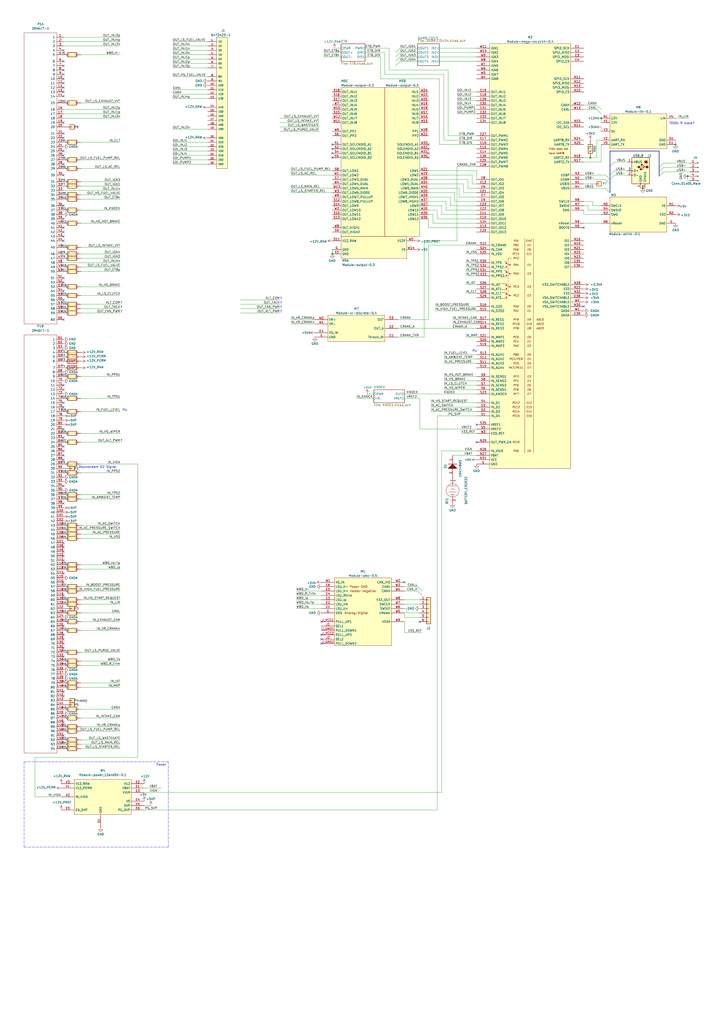
<source format=kicad_sch>
(kicad_sch (version 20230121) (generator eeschema)
  (paper "A2" portrait)
  (title_block (title "hellen-hyundai-pb-154") (date "2023-04-20") (rev "A") (company "rusEFI") (comment 7 "https://rusefi.com/s/hellen-hyundai-pb-154"))
  (junction (at 399.415 102.235) (diameter 1.016))
  (junction (at 193.04 147.32))
  (junction (at 349.25 68.58))
  (junction (at 392.43 83.82))
  (junction (at 373.38 109.22) (diameter 1.016))
  (junction (at 342.9 91.44))
  (no_connect (at 36.83 233.68))
  (no_connect (at 36.83 236.22))
  (no_connect (at 36.83 292.1))
  (no_connect (at 36.83 45.72))
  (no_connect (at 36.83 261.62))
  (no_connect (at 339.09 132.08))
  (no_connect (at 36.83 345.44))
  (no_connect (at 36.83 337.82))
  (no_connect (at 36.83 259.08))
  (no_connect (at 276.86 256.54))
  (no_connect (at 36.83 119.38))
  (no_connect (at 36.83 29.21))
  (no_connect (at 248.92 86.36))
  (no_connect (at 36.83 363.22))
  (no_connect (at 36.83 77.47))
  (no_connect (at 36.83 43.18))
  (no_connect (at 186.69 373.38))
  (no_connect (at 36.83 101.6))
  (no_connect (at 36.83 173.99))
  (no_connect (at 234.95 337.82))
  (no_connect (at 248.92 88.9))
  (no_connect (at 36.83 132.08))
  (no_connect (at 36.83 53.34))
  (no_connect (at 36.83 90.17))
  (no_connect (at 186.69 368.3))
  (no_connect (at 339.09 177.8))
  (no_connect (at 36.83 320.04))
  (no_connect (at 36.83 325.12))
  (no_connect (at 36.83 370.84))
  (no_connect (at 36.83 317.5))
  (no_connect (at 36.83 48.26))
  (no_connect (at 186.69 360.68))
  (no_connect (at 186.69 370.84))
  (no_connect (at 248.92 91.44))
  (no_connect (at 243.84 360.68))
  (no_connect (at 36.83 137.16))
  (no_connect (at 193.04 88.9))
  (no_connect (at 36.83 322.58))
  (no_connect (at 36.83 127))
  (no_connect (at 193.04 86.36))
  (no_connect (at 36.83 40.64))
  (no_connect (at 36.83 266.7))
  (no_connect (at 36.83 161.29))
  (no_connect (at 36.83 139.7))
  (no_connect (at 36.83 375.92))
  (no_connect (at 248.92 83.82))
  (no_connect (at 36.83 163.83))
  (no_connect (at 36.83 248.92))
  (no_connect (at 36.83 134.62))
  (no_connect (at 36.83 419.1))
  (no_connect (at 36.83 185.42))
  (no_connect (at 36.83 50.8))
  (no_connect (at 36.83 426.72))
  (no_connect (at 36.83 368.3))
  (no_connect (at 36.83 71.12))
  (no_connect (at 36.83 35.56))
  (no_connect (at 36.83 332.74))
  (no_connect (at 36.83 38.1))
  (no_connect (at 36.83 264.16))
  (no_connect (at 36.83 55.88))
  (no_connect (at 36.83 80.01))
  (no_connect (at 36.83 314.96))
  (no_connect (at 36.83 87.63))
  (no_connect (at 36.83 168.91))
  (no_connect (at 36.83 373.38))
  (no_connect (at 36.83 381))
  (no_connect (at 36.83 223.52))
  (no_connect (at 276.86 246.38))
  (no_connect (at 36.83 401.32))
  (no_connect (at 36.83 254))
  (no_connect (at 36.83 226.06))
  (no_connect (at 193.04 91.44))
  (no_connect (at 193.04 83.82))
  (no_connect (at 36.83 95.25))
  (no_connect (at 36.83 403.86))
  (no_connect (at 36.83 281.94))
  (bus_entry (at 232.41 30.48) (size -2.54 2.54))
  (bus_entry (at 242.57 342.9) (size 2.54 2.54))
  (bus_entry (at 351.79 109.22) (size 2.54 2.54) (stroke (width 0.1524)))
  (bus_entry (at 356.87 101.6) (size -2.54 2.54) (stroke (width 0.1524)))
  (bus_entry (at 232.41 33.02) (size -2.54 2.54))
  (bus_entry (at 242.57 340.36) (size 2.54 2.54))
  (bus_entry (at 346.71 63.5) (size 2.54 2.54))
  (bus_entry (at 232.41 27.94) (size -2.54 2.54))
  (bus_entry (at 232.41 35.56) (size -2.54 2.54))
  (bus_entry (at 356.87 99.06) (size -2.54 2.54) (stroke (width 0.1524)))
  (bus_entry (at 356.87 93.98) (size -2.54 2.54) (stroke (width 0.1524)))
  (bus_entry (at 385.445 97.155) (size -2.54 2.54) (stroke (width 0.1524)))
  (bus_entry (at 385.445 99.695) (size -2.54 2.54) (stroke (width 0.1524)))
  (bus_entry (at 385.445 94.615) (size -2.54 2.54) (stroke (width 0.1524)))
  (bus_entry (at 346.71 60.96) (size 2.54 2.54))
  (bus_entry (at 351.79 104.14) (size 2.54 2.54) (stroke (width 0.1524)))
  (bus_entry (at 351.79 101.6) (size 2.54 2.54) (stroke (width 0.1524)))
  (wire (pts (xy 248.92 109.22) (xy 266.7 109.22)))
  (wire (pts (xy 259.08 121.92) (xy 276.86 121.92)))
  (wire (pts (xy 194.31 27.94) (xy 198.12 27.94)))
  (wire (pts (xy 46.99 269.24) (xy 80.01 269.24)))
  (wire (pts (xy 46.99 256.54) (xy 69.85 256.54)))
  (wire (pts (xy 385.445 97.155) (xy 400.685 97.155)))
  (wire (pts (xy 120.65 85.09) (xy 100.33 85.09)))
  (wire (pts (xy 232.41 33.02) (xy 242.57 33.02)))
  (wire (pts (xy 344.17 116.84) (xy 344.17 119.38)))
  (wire (pts (xy 36.83 68.58) (xy 69.85 68.58)))
  (wire (pts (xy 257.81 218.44) (xy 276.86 218.44)))
  (wire (pts (xy 36.83 152.4) (xy 69.85 152.4)))
  (wire (pts (xy 252.73 177.8) (xy 276.86 177.8)))
  (wire (pts (xy 172.085 353.06) (xy 186.69 353.06)))
  (wire (pts (xy 270.51 154.94) (xy 276.86 154.94)))
  (wire (pts (xy 234.95 350.52) (xy 243.84 350.52)))
  (wire (pts (xy 248.92 132.08) (xy 248.92 127)))
  (wire (pts (xy 385.445 99.695) (xy 400.685 99.695)))
  (bus (pts (xy 382.905 99.695) (xy 382.905 102.235)))
  (wire (pts (xy 100.33 54.61) (xy 120.65 54.61)))
  (wire (pts (xy 261.62 114.3) (xy 261.62 119.38)))
  (wire (pts (xy 100.33 44.45) (xy 120.65 44.45)))
  (wire (pts (xy 344.17 119.38) (xy 349.25 119.38)))
  (wire (pts (xy 36.83 63.5) (xy 69.85 63.5)))
  (wire (pts (xy 265.43 96.52) (xy 276.86 96.52)))
  (wire (pts (xy 255.27 27.94) (xy 276.86 27.94)))
  (wire (pts (xy 193.04 144.78) (xy 193.04 147.32)))
  (wire (pts (xy 46.99 176.53) (xy 69.85 176.53)))
  (wire (pts (xy 248.92 142.24) (xy 276.86 142.24)))
  (wire (pts (xy 46.99 97.79) (xy 69.85 97.79)))
  (wire (pts (xy 168.91 185.42) (xy 182.88 185.42)))
  (wire (pts (xy 36.83 26.67) (xy 69.85 26.67)))
  (wire (pts (xy 276.86 264.16) (xy 262.89 264.16)))
  (wire (pts (xy 168.91 99.06) (xy 193.04 99.06)))
  (wire (pts (xy 46.99 82.55) (xy 69.85 82.55)))
  (wire (pts (xy 36.83 24.13) (xy 69.85 24.13)))
  (wire (pts (xy 46.99 396.24) (xy 69.85 396.24)))
  (bus (pts (xy 354.33 101.6) (xy 354.33 104.14)))
  (wire (pts (xy 255.27 45.72) (xy 220.98 45.72)))
  (wire (pts (xy 162.56 76.2) (xy 185.42 76.2)))
  (wire (pts (xy 83.82 457.2) (xy 93.98 457.2)))
  (wire (pts (xy 372.11 109.22) (xy 373.38 109.22)))
  (wire (pts (xy 264.16 116.84) (xy 264.16 111.76)))
  (wire (pts (xy 256.54 261.62) (xy 256.54 459.74)))
  (wire (pts (xy 231.14 195.58) (xy 246.38 195.58)))
  (wire (pts (xy 226.06 40.64) (xy 260.35 40.64)))
  (wire (pts (xy 339.09 91.44) (xy 342.9 91.44)))
  (wire (pts (xy 162.56 71.12) (xy 185.42 71.12)))
  (wire (pts (xy 207.01 231.14) (xy 217.17 231.14)))
  (wire (pts (xy 46.99 312.42) (xy 69.85 312.42)))
  (wire (pts (xy 265.43 58.42) (xy 276.86 58.42)))
  (wire (pts (xy 257.81 223.52) (xy 276.86 223.52)))
  (wire (pts (xy 100.33 29.21) (xy 120.65 29.21)))
  (wire (pts (xy 399.415 104.775) (xy 399.415 102.235)))
  (wire (pts (xy 46.99 166.37) (xy 69.85 166.37)))
  (wire (pts (xy 364.49 99.06) (xy 356.87 99.06)))
  (wire (pts (xy 220.98 45.72) (xy 220.98 33.02)))
  (wire (pts (xy 342.9 106.68) (xy 339.09 106.68)))
  (wire (pts (xy 234.95 228.6) (xy 276.86 228.6)))
  (wire (pts (xy 46.99 342.9) (xy 69.85 342.9)))
  (wire (pts (xy 265.43 139.7) (xy 265.43 96.52)))
  (wire (pts (xy 257.81 220.98) (xy 276.86 220.98)))
  (wire (pts (xy 264.16 111.76) (xy 248.92 111.76)))
  (wire (pts (xy 270.51 157.48) (xy 276.86 157.48)))
  (wire (pts (xy 46.99 398.78) (xy 69.85 398.78)))
  (wire (pts (xy 257.81 226.06) (xy 276.86 226.06)))
  (wire (pts (xy 120.65 92.71) (xy 100.33 92.71)))
  (wire (pts (xy 212.09 33.02) (xy 220.98 33.02)))
  (wire (pts (xy 232.41 30.48) (xy 242.57 30.48)))
  (wire (pts (xy 46.99 129.54) (xy 69.85 129.54)))
  (wire (pts (xy 120.65 95.25) (xy 100.33 95.25)))
  (wire (pts (xy 46.99 360.68) (xy 69.85 360.68)))
  (wire (pts (xy 243.84 231.14) (xy 234.95 231.14)))
  (wire (pts (xy 120.65 52.07) (xy 100.33 52.07)))
  (wire (pts (xy 213.36 228.6) (xy 217.17 228.6)))
  (wire (pts (xy 392.43 81.28) (xy 392.43 83.82)))
  (wire (pts (xy 100.33 31.75) (xy 120.65 31.75)))
  (wire (pts (xy 339.09 109.22) (xy 351.79 109.22)))
  (wire (pts (xy 234.95 347.98) (xy 243.84 347.98)))
  (wire (pts (xy 100.33 36.83) (xy 120.65 36.83)))
  (wire (pts (xy 248.92 185.42) (xy 248.92 142.24)))
  (wire (pts (xy 236.22 353.06) (xy 236.22 355.6)))
  (wire (pts (xy 46.99 287.02) (xy 69.85 287.02)))
  (wire (pts (xy 246.38 195.58) (xy 246.38 139.7)))
  (wire (pts (xy 259.08 116.84) (xy 248.92 116.84)))
  (wire (pts (xy 339.09 60.96) (xy 346.71 60.96)))
  (wire (pts (xy 262.89 187.96) (xy 276.86 187.96)))
  (wire (pts (xy 46.99 347.98) (xy 69.85 347.98)))
  (wire (pts (xy 339.09 119.38) (xy 341.63 119.38)))
  (wire (pts (xy 46.99 59.69) (xy 69.85 59.69)))
  (wire (pts (xy 254 127) (xy 254 121.92)))
  (wire (pts (xy 46.99 107.95) (xy 69.85 107.95)))
  (wire (pts (xy 265.43 66.04) (xy 276.86 66.04)))
  (wire (pts (xy 251.46 129.54) (xy 276.86 129.54)))
  (wire (pts (xy 243.84 248.92) (xy 276.86 248.92)))
  (wire (pts (xy 187.96 30.48) (xy 198.12 30.48)))
  (wire (pts (xy 120.65 82.55) (xy 100.33 82.55)))
  (wire (pts (xy 46.99 143.51) (xy 69.85 143.51)))
  (wire (pts (xy 234.95 355.6) (xy 234.95 358.14)))
  (wire (pts (xy 46.99 147.32) (xy 69.85 147.32)))
  (wire (pts (xy 349.25 68.58) (xy 349.25 71.12)))
  (wire (pts (xy 270.51 195.58) (xy 276.86 195.58)))
  (wire (pts (xy 251.46 124.46) (xy 251.46 129.54)))
  (wire (pts (xy 242.57 340.36) (xy 234.95 340.36)))
  (wire (pts (xy 256.54 261.62) (xy 276.86 261.62)))
  (wire (pts (xy 255.27 33.02) (xy 276.86 33.02)))
  (wire (pts (xy 250.19 233.68) (xy 276.86 233.68)))
  (wire (pts (xy 46.99 378.46) (xy 69.85 378.46)))
  (bus (pts (xy 382.905 97.155) (xy 382.905 99.695)))
  (wire (pts (xy 36.83 66.04) (xy 69.85 66.04)))
  (wire (pts (xy 46.99 154.94) (xy 69.85 154.94)))
  (wire (pts (xy 276.86 104.14) (xy 276.86 99.06)))
  (wire (pts (xy 46.99 179.07) (xy 69.85 179.07)))
  (wire (pts (xy 172.085 347.98) (xy 186.69 347.98)))
  (wire (pts (xy 245.11 367.03) (xy 234.95 367.03)))
  (wire (pts (xy 255.27 83.82) (xy 276.86 83.82)))
  (wire (pts (xy 46.99 330.2) (xy 69.85 330.2)))
  (wire (pts (xy 46.99 383.54) (xy 69.85 383.54)))
  (wire (pts (xy 274.32 101.6) (xy 248.92 101.6)))
  (polyline (pts (xy 13.97 491.49) (xy 97.79 491.49)) (stroke (width 0) (type dash)))
  (wire (pts (xy 257.81 210.82) (xy 276.86 210.82)))
  (wire (pts (xy 139.7 173.99) (xy 162.56 173.99)))
  (wire (pts (xy 270.51 170.18) (xy 276.86 170.18)))
  (wire (pts (xy 162.56 73.66) (xy 185.42 73.66)))
  (wire (pts (xy 349.25 83.82) (xy 349.25 93.98)))
  (bus (pts (xy 354.33 106.68) (xy 354.33 111.76)))
  (wire (pts (xy 271.78 104.14) (xy 271.78 109.22)))
  (wire (pts (xy 46.99 231.14) (xy 69.85 231.14)))
  (wire (pts (xy 256.54 124.46) (xy 276.86 124.46)))
  (wire (pts (xy 46.99 340.36) (xy 69.85 340.36)))
  (wire (pts (xy 269.24 111.76) (xy 269.24 106.68)))
  (wire (pts (xy 46.99 386.08) (xy 69.85 386.08)))
  (wire (pts (xy 339.09 121.92) (xy 339.09 124.46)))
  (wire (pts (xy 168.91 187.96) (xy 182.88 187.96)))
  (wire (pts (xy 46.99 121.92) (xy 69.85 121.92)))
  (wire (pts (xy 276.86 106.68) (xy 274.32 106.68)))
  (wire (pts (xy 252.73 180.34) (xy 276.86 180.34)))
  (wire (pts (xy 274.32 106.68) (xy 274.32 101.6)))
  (wire (pts (xy 83.82 469.9) (xy 254 469.9)))
  (wire (pts (xy 256.54 119.38) (xy 256.54 124.46)))
  (wire (pts (xy 243.84 248.92) (xy 243.84 231.14)))
  (wire (pts (xy 234.95 367.03) (xy 234.95 360.68)))
  (wire (pts (xy 87.63 467.36) (xy 83.82 467.36)))
  (wire (pts (xy 80.01 439.42) (xy 20.32 439.42)))
  (wire (pts (xy 46.99 431.8) (xy 69.85 431.8)))
  (wire (pts (xy 46.99 218.44) (xy 69.85 218.44)))
  (wire (pts (xy 342.9 91.44) (xy 346.71 91.44)))
  (wire (pts (xy 46.99 238.76) (xy 69.85 238.76)))
  (wire (pts (xy 257.81 208.28) (xy 276.86 208.28)))
  (wire (pts (xy 400.685 94.615) (xy 385.445 94.615)))
  (wire (pts (xy 265.43 53.34) (xy 276.86 53.34)))
  (wire (pts (xy 374.65 109.22) (xy 373.38 109.22)))
  (wire (pts (xy 46.99 434.34) (xy 69.85 434.34)))
  (wire (pts (xy 172.085 345.44) (xy 186.69 345.44)))
  (wire (pts (xy 139.7 176.53) (xy 162.56 176.53)))
  (bus (pts (xy 354.33 96.52) (xy 354.33 101.6)))
  (wire (pts (xy 339.09 124.46) (xy 349.25 124.46)))
  (wire (pts (xy 46.99 149.86) (xy 69.85 149.86)))
  (wire (pts (xy 46.99 105.41) (xy 69.85 105.41)))
  (wire (pts (xy 399.415 102.235) (xy 400.685 102.235)))
  (wire (pts (xy 83.82 459.74) (xy 256.54 459.74)))
  (wire (pts (xy 172.085 342.9) (xy 186.69 342.9)))
  (wire (pts (xy 231.14 185.42) (xy 248.92 185.42)))
  (wire (pts (xy 248.92 104.14) (xy 271.78 104.14)))
  (wire (pts (xy 276.86 238.76) (xy 250.19 238.76)))
  (wire (pts (xy 234.95 358.14) (xy 243.84 358.14)))
  (wire (pts (xy 46.99 31.75) (xy 69.85 31.75)))
  (wire (pts (xy 339.09 104.14) (xy 351.79 104.14)))
  (wire (pts (xy 254 241.3) (xy 254 469.9)))
  (wire (pts (xy 364.49 101.6) (xy 356.87 101.6)))
  (wire (pts (xy 226.06 27.94) (xy 226.06 40.64)))
  (wire (pts (xy 168.91 111.76) (xy 193.04 111.76)))
  (wire (pts (xy 270.51 152.4) (xy 276.86 152.4)))
  (wire (pts (xy 346.71 81.28) (xy 349.25 81.28)))
  (wire (pts (xy 46.99 350.52) (xy 69.85 350.52)))
  (wire (pts (xy 339.09 101.6) (xy 351.79 101.6)))
  (wire (pts (xy 46.99 421.64) (xy 69.85 421.64)))
  (wire (pts (xy 236.22 355.6) (xy 243.84 355.6)))
  (wire (pts (xy 232.41 27.94) (xy 242.57 27.94)))
  (wire (pts (xy 20.32 462.28) (xy 35.56 462.28)))
  (wire (pts (xy 270.51 147.32) (xy 276.86 147.32)))
  (wire (pts (xy 46.99 309.88) (xy 69.85 309.88)))
  (wire (pts (xy 400.05 68.58) (xy 392.43 68.58)))
  (wire (pts (xy 234.95 353.06) (xy 236.22 353.06)))
  (wire (pts (xy 46.99 411.48) (xy 69.85 411.48)))
  (wire (pts (xy 257.81 205.74) (xy 276.86 205.74)))
  (wire (pts (xy 46.99 181.61) (xy 69.85 181.61)))
  (wire (pts (xy 255.27 45.72) (xy 255.27 83.82)))
  (wire (pts (xy 212.09 27.94) (xy 226.06 27.94)))
  (wire (pts (xy 120.65 90.17) (xy 100.33 90.17)))
  (wire (pts (xy 232.41 35.56) (xy 242.57 35.56)))
  (wire (pts (xy 120.65 87.63) (xy 100.33 87.63)))
  (wire (pts (xy 162.56 68.58) (xy 185.42 68.58)))
  (wire (pts (xy 248.92 119.38) (xy 256.54 119.38)))
  (wire (pts (xy 341.63 121.92) (xy 341.63 119.38)))
  (wire (pts (xy 100.33 34.29) (xy 120.65 34.29)))
  (wire (pts (xy 46.99 416.56) (xy 69.85 416.56)))
  (wire (pts (xy 246.38 139.7) (xy 265.43 139.7)))
  (wire (pts (xy 271.78 109.22) (xy 276.86 109.22)))
  (polyline (pts (xy 13.97 441.96) (xy 13.97 491.49)) (stroke (width 0) (type dash)))
  (wire (pts (xy 276.86 127) (xy 254 127)))
  (wire (pts (xy 187.96 33.02) (xy 198.12 33.02)))
  (wire (pts (xy 20.32 439.42) (xy 20.32 462.28)))
  (wire (pts (xy 339.09 63.5) (xy 346.71 63.5)))
  (wire (pts (xy 250.19 236.22) (xy 276.86 236.22)))
  (wire (pts (xy 266.7 109.22) (xy 266.7 114.3)))
  (wire (pts (xy 223.52 43.18) (xy 257.81 43.18)))
  (wire (pts (xy 46.99 424.18) (xy 69.85 424.18)))
  (wire (pts (xy 46.99 113.03) (xy 69.85 113.03)))
  (wire (pts (xy 254 121.92) (xy 248.92 121.92)))
  (wire (pts (xy 46.99 274.32) (xy 69.85 274.32)))
  (bus (pts (xy 354.33 87.63) (xy 382.905 87.63)))
  (polyline (pts (xy 97.79 491.49) (xy 97.79 441.96)) (stroke (width 0) (type dash)))
  (wire (pts (xy 349.25 93.98) (xy 339.09 93.98)))
  (wire (pts (xy 36.83 21.59) (xy 69.85 21.59)))
  (wire (pts (xy 100.33 26.67) (xy 120.65 26.67)))
  (wire (pts (xy 339.09 129.54) (xy 349.25 129.54)))
  (wire (pts (xy 168.91 101.6) (xy 193.04 101.6)))
  (wire (pts (xy 266.7 114.3) (xy 276.86 114.3)))
  (wire (pts (xy 186.69 363.22) (xy 186.69 365.76)))
  (bus (pts (xy 354.33 87.63) (xy 354.33 96.52)))
  (wire (pts (xy 212.09 30.48) (xy 223.52 30.48)))
  (wire (pts (xy 267.97 251.46) (xy 276.86 251.46)))
  (wire (pts (xy 248.92 124.46) (xy 251.46 124.46)))
  (wire (pts (xy 46.99 92.71) (xy 69.85 92.71)))
  (wire (pts (xy 46.99 304.8) (xy 69.85 304.8)))
  (wire (pts (xy 46.99 355.6) (xy 69.85 355.6)))
  (wire (pts (xy 100.33 57.15) (xy 120.65 57.15)))
  (wire (pts (xy 346.71 91.44) (xy 346.71 81.28)))
  (wire (pts (xy 276.86 132.08) (xy 248.92 132.08)))
  (wire (pts (xy 270.51 160.02) (xy 276.86 160.02)))
  (wire (pts (xy 255.27 35.56) (xy 276.86 35.56)))
  (wire (pts (xy 265.43 63.5) (xy 276.86 63.5)))
  (wire (pts (xy 276.86 116.84) (xy 264.16 116.84)))
  (wire (pts (xy 349.25 73.66) (xy 349.25 76.2)))
  (wire (pts (xy 262.89 185.42) (xy 276.86 185.42)))
  (wire (pts (xy 172.085 350.52) (xy 186.69 350.52)))
  (wire (pts (xy 36.83 110.49) (xy 69.85 110.49)))
  (wire (pts (xy 257.81 81.28) (xy 276.86 81.28)))
  (wire (pts (xy 276.86 111.76) (xy 269.24 111.76)))
  (wire (pts (xy 265.43 55.88) (xy 276.86 55.88)))
  (wire (pts (xy 270.51 165.1) (xy 276.86 165.1)))
  (wire (pts (xy 139.7 179.07) (xy 162.56 179.07)))
  (wire (pts (xy 356.87 93.98) (xy 364.49 93.98)))
  (wire (pts (xy 100.33 24.13) (xy 120.65 24.13)))
  (wire (pts (xy 46.99 307.34) (xy 69.85 307.34)))
  (wire (pts (xy 257.81 43.18) (xy 257.81 81.28)))
  (wire (pts (xy 46.99 251.46) (xy 69.85 251.46)))
  (wire (pts (xy 254 241.3) (xy 276.86 241.3)))
  (wire (pts (xy 341.63 121.92) (xy 349.25 121.92)))
  (wire (pts (xy 46.99 157.48) (xy 69.85 157.48)))
  (wire (pts (xy 260.35 40.64) (xy 260.35 78.74)))
  (wire (pts (xy 259.08 121.92) (xy 259.08 116.84)))
  (wire (pts (xy 255.27 30.48) (xy 276.86 30.48)))
  (wire (pts (xy 269.24 106.68) (xy 248.92 106.68)))
  (wire (pts (xy 276.86 99.06) (xy 248.92 99.06)))
  (wire (pts (xy 100.33 74.93) (xy 120.65 74.93)))
  (wire (pts (xy 265.43 60.96) (xy 276.86 60.96)))
  (wire (pts (xy 46.99 327.66) (xy 69.85 327.66)))
  (wire (pts (xy 46.99 365.76) (xy 69.85 365.76)))
  (wire (pts (xy 80.01 269.24) (xy 80.01 439.42)))
  (wire (pts (xy 139.7 181.61) (xy 162.56 181.61)))
  (wire (pts (xy 231.14 190.5) (xy 276.86 190.5)))
  (wire (pts (xy 46.99 429.26) (xy 69.85 429.26)))
  (bus (pts (xy 354.33 104.14) (xy 354.33 106.68)))
  (wire (pts (xy 100.33 39.37) (xy 120.65 39.37)))
  (wire (pts (xy 248.92 114.3) (xy 261.62 114.3)))
  (bus (pts (xy 382.905 97.155) (xy 382.905 87.63)))
  (wire (pts (xy 339.09 116.84) (xy 344.17 116.84)))
  (wire (pts (xy 46.99 115.57) (xy 69.85 115.57)))
  (polyline (pts (xy 97.79 441.96) (xy 13.97 441.96)) (stroke (width 0) (type dash)))
  (wire (pts (xy 46.99 171.45) (xy 69.85 171.45)))
  (wire (pts (xy 260.35 78.74) (xy 276.86 78.74)))
  (wire (pts (xy 223.52 30.48) (xy 223.52 43.18)))
  (wire (pts (xy 168.91 109.22) (xy 193.04 109.22)))
  (wire (pts (xy 242.57 342.9) (xy 234.95 342.9)))
  (wire (pts (xy 400.685 104.775) (xy 399.415 104.775)))
  (wire (pts (xy 46.99 289.56) (xy 69.85 289.56)))
  (wire (pts (xy 261.62 119.38) (xy 276.86 119.38)))
  (text "?" (at 69.85 256.54 0) (effects (font (size 1.27 1.27)) (justify left bottom)))
  (text "PU" (at 274.32 204.47 0) (effects (font (size 1.27 1.27)) (justify left bottom)))
  (text "?" (at 162.56 173.99 0) (effects (font (size 1.27 1.27)) (justify left bottom)))
  (text "?" (at 69.85 176.53 0) (effects (font (size 1.27 1.27)) (justify left bottom)))
  (text "?" (at 162.56 176.53 0) (effects (font (size 1.27 1.27)) (justify left bottom)))
  (text "?" (at 162.56 179.07 0) (effects (font (size 1.27 1.27)) (justify left bottom)))
  (text "?" (at 69.85 181.61 0) (effects (font (size 1.27 1.27)) (justify left bottom)))
  (text "?" (at 162.56 181.61 0) (effects (font (size 1.27 1.27)) (justify left bottom)))
  (text "TODO: R slave?" (at 388.62 72.39 0) (effects (font (size 1.27 1.27)) (justify left bottom)))
  (text "PU" (at 71.12 238.76 0) (effects (font (size 1.27 1.27)) (justify left bottom)))
  (text "Downstream O2 Signal" (at 45.72 271.78 0) (effects (font (size 1.27 1.27)) (justify left bottom)))
  (text "Power" (at 96.52 444.5 0) (effects (font (size 1.27 1.27)) (justify right bottom)))
  (text "IMMO" (at 45.72 407.67 0) (effects (font (size 1.27 1.27)) (justify left bottom)))
  (text "?" (at 69.85 179.07 0) (effects (font (size 1.27 1.27)) (justify left bottom)))
  (label "OUT_INJ3p" (at 100.33 39.37 0))
  (label "CRANK" (at 232.41 185.42 0))
  (label "IN_INTAKE_CAM" (at 262.89 185.42 0))
  (label "OUT_INJ4n" (at 69.85 152.4 180))
  (label "OUT_LS_EXHAUST_VVT" (at 69.85 59.69 180))
  (label "IN_KNOCK" (at 207.01 231.14 0))
  (label "OUT_INJ1n" (at 69.85 110.49 180))
  (label "IN_VIGN" (at 69.85 269.24 180))
  (label "OUT_IGN3" (at 232.41 33.02 0))
  (label "OUT_ETBp" (at 69.85 157.48 180))
  (label "IN_VIGN" (at 27.94 462.28 0))
  (label "WBO_Vs" (at 172.085 353.06 0))
  (label "OUT_ETBn" (at 69.85 115.57 180))
  (label "OUT_LS_PURGE_VALVE" (at 69.85 378.46 180))
  (label "OUT_LS_PURGE_VALVE" (at 185.42 76.2 180))
  (label "IN_HS_WIPER" (at 257.81 226.06 0))
  (label "OUT_INJ3n" (at 69.85 68.58 180))
  (label "CRANK_THR" (at 232.41 195.58 0))
  (label "VREF2" (at 267.97 248.92 0))
  (label "GDI_INJ3" (at 265.43 58.42 0))
  (label "OUT_LS_STARTER_REL" (at 69.85 434.34 180))
  (label "OUT_ETBn" (at 187.96 33.02 0))
  (label "OUT_TACH" (at 69.85 179.07 180))
  (label "IN_EXHAUST_CAM" (at 69.85 360.68 180))
  (label "USB-" (at 339.725 104.14 0))
  (label "CRANK_A" (at 232.41 190.5 0))
  (label "IN_HS_START_REQUEST" (at 69.85 347.98 180))
  (label "OUT_IGN1" (at 232.41 27.94 0))
  (label "IN_AC_PRESSURE" (at 257.81 210.82 0))
  (label "ETB_PWM" (at 266.7 78.74 0))
  (label "IN_HS_HOT_BRAKE" (at 257.81 218.44 0))
  (label "IN_INTAKE_CAM" (at 69.85 416.56 180))
  (label "WBO_H-" (at 172.085 342.9 0))
  (label "IN_FUEL_LEVEL" (at 69.85 238.76 180))
  (label "WBO_H-" (at 69.85 31.75 180))
  (label "WBO_R_Trim" (at 172.085 345.44 0))
  (label "IN_VR_CRANKp" (at 168.91 185.42 0))
  (label "ETB_DIS" (at 220.98 33.02 180))
  (label "USB+" (at 363.22 99.06 180))
  (label "OUT_INJ2n" (at 100.33 74.93 0))
  (label "OUT_IGN2" (at 69.85 149.86 180))
  (label "OUT_LS_EXHAUST_VVT" (at 185.42 68.58 180))
  (label "USB-" (at 363.22 101.6 180))
  (label "ETB_PWM" (at 220.98 27.94 180))
  (label "GDI_PUMP2" (at 100.33 95.25 0))
  (label "IN_AC_SWITCH" (at 250.19 236.22 0))
  (label "OUT_LS_STARTER_REL" (at 168.91 111.76 0))
  (label "IN_AMBIENT_TEMP" (at 257.81 208.28 0))
  (label "IN_HS_BRAKE" (at 257.81 220.98 0))
  (label "OUT_INJ2p" (at 69.85 63.5 180))
  (label "IN_BOOST_PRESSURE" (at 252.73 177.8 0))
  (label "CANH" (at 346.71 60.96 180))
  (label "GDI_INJ4" (at 100.33 90.17 0))
  (label "GDI_PUMP1" (at 265.43 63.5 0))
  (label "IN_AC_PRESSURE" (at 69.85 309.88 180))
  (label "OUT_INJ1p" (at 100.33 34.29 0))
  (label "IN_VR_CRANKn" (at 69.85 365.76 180))
  (label "OUT_ALT_PWM" (at 69.85 256.54 180))
  (label "GDI_INJ4" (at 265.43 60.96 0))
  (label "OUT_HS_FUEL_VALVE" (at 69.85 113.03 180))
  (label "GDI_INJ1" (at 265.43 53.34 0))
  (label "OUT_LS_WASTEGATE" (at 185.42 73.66 180))
  (label "OUT_LS_MAIN_REL" (at 168.91 109.22 0))
  (label "VREF2" (at 236.22 231.14 0))
  (label "VBUS" (at 398.145 94.615 180))
  (label "OUT_ALT_PWM" (at 162.56 181.61 180))
  (label "OUT_IGN4" (at 232.41 35.56 0))
  (label "OUT_INJ1n" (at 100.33 29.21 0))
  (label "KNOCK" (at 257.81 228.6 0))
  (label "OUT_LS_FUEL_VALVE" (at 100.33 24.13 0))
  (label "IN_PPS1" (at 69.85 218.44 180))
  (label "IN_EXHAUST_CAM" (at 262.89 187.96 0))
  (label "CANH" (at 69.85 411.48 180))
  (label "IN_VSS" (at 69.85 312.42 180))
  (label "OUT_INJ4p" (at 69.85 24.13 180))
  (label "IN_FUEL_LEVEL" (at 257.81 205.74 0))
  (label "GDI_INJ2" (at 100.33 85.09 0))
  (label "IN_BOOST_PRESSURE" (at 69.85 340.36 180))
  (label "IN_HIGH_FUEL_PRESSURE" (at 69.85 342.9 180))
  (label "OUT_TACH" (at 162.56 176.53 180))
  (label "IN_TPS2" (at 69.85 287.02 180))
  (label "OUT_INJ2n" (at 69.85 26.67 180))
  (label "OUT_IGN4" (at 69.85 147.32 180))
  (label "OUT_LS_AC_REL" (at 69.85 97.79 180))
  (label "IN_CLT" (at 69.85 82.55 180))
  (label "USB-" (at 393.065 97.155 0))
  (label "OUT_LS_MAIN_REL" (at 69.85 431.8 180))
  (label "OUT_FAN_PWM" (at 69.85 181.61 180))
  (label "V33_REF" (at 267.97 251.46 0))
  (label "CANL" (at 69.85 355.6 180))
  (label "PG_5VP" (at 260.35 241.3 0))
  (label "OUT_ETBp" (at 187.96 30.48 0))
  (label "GDI_INJ3" (at 100.33 87.63 0))
  (label "OUT_INJ1p" (at 69.85 66.04 180))
  (label "OUT_IGN3" (at 69.85 105.41 180))
  (label "IN_HS_BRAKE" (at 69.85 166.37 180))
  (label "OUT_INJ3n" (at 100.33 31.75 0))
  (label "OUT_LS_FUEL_PUMP_REL" (at 69.85 92.71 180))
  (label "CRANK" (at 270.51 142.24 0))
  (label "OUT_LS_FUEL_VALVE" (at 69.85 154.94 180))
  (label "GDI_INJ1" (at 100.33 82.55 0))
  (label "IN_AC_PRESSURE_SWITCH" (at 250.19 238.76 0))
  (label "IN_LIN" (at 69.85 350.52 180))
  (label "IN_TPS2" (at 270.51 154.94 0))
  (label "CANL" (at 100.33 52.07 0))
  (label "VIGN" (at 274.32 261.62 180))
  (label "PG_5VP" (at 91.44 469.9 180))
  (label "OUT_LS_FUEL_PUMP_REL" (at 69.85 424.18 180))
  (label "ETB_DIS" (at 266.7 83.82 0))
  (label "OUT_LS_WASTEGATE" (at 69.85 429.26 180))
  (label "VBAT" (at 91.44 457.2 180))
  (label "CRANK_THR" (at 265.43 96.52 0))
  (label "IN_PPS2" (at 270.51 160.02 0))
  (label "OUT_INJ4p" (at 100.33 57.15 0))
  (label "OUT_INJ3p" (at 69.85 21.59 180))
  (label "IN_AC_PRESSURE_SWITCH" (at 69.85 307.34 180))
  (label "OUT_LS_FUEL_PUMP_REL" (at 168.91 99.06 0))
  (label "IN_IAT" (at 69.85 396.24 180))
  (label "OUT_LS_AC_REL" (at 168.91 101.6 0))
  (label "IN_MAP" (at 69.85 398.78 180))
  (label "VBAT" (at 274.32 264.16 180))
  (label "VIGN" (at 91.44 459.74 180))
  (label "CAN_H" (at 242.57 342.9 180))
  (label "IN_IAT" (at 270.51 165.1 0))
  (label "IN_MAP" (at 270.51 195.58 0))
  (label "IN_HS_START_REQUEST" (at 250.19 233.68 0))
  (label "WBO_Vs" (at 69.85 383.54 180))
  (label "VBUS" (at 339.725 109.22 0))
  (label "CANH" (at 100.33 54.61 0))
  (label "V33_REF" (at 245.11 367.03 180))
  (label "OUT_IGN2" (at 232.41 30.48 0))
  (label "ETB_DIR" (at 220.98 30.48 180))
  (label "OUT_INJ4n" (at 100.33 26.67 0))
  (label "GDI_PUMP1" (at 100.33 92.71 0))
  (label "WBO_Ip" (at 172.085 347.98 0))
  (label "USB+" (at 393.065 99.695 0))
  (label "IN_AC_SWITCH" (at 69.85 304.8 180))
  (label "USB+" (at 339.725 101.6 0))
  (label "IN_PPS2" (at 69.85 274.32 180))
  (label "IN_LS_CLUTCH" (at 257.81 223.52 0))
  (label "IN_KNOCK" (at 69.85 121.92 180))
  (label "WBO_Ip" (at 69.85 330.2 180))
  (label "IN_LS_CLUTCH" (at 69.85 171.45 180))
  (label "ETB_DIR" (at 266.7 81.28 0))
  (label "WBO_R_Trim" (at 69.85 386.08 180))
  (label "CANL" (at 346.71 63.5 180))
  (label "GDI_INJ2" (at 265.43 55.88 0))
  (label "CAN_L" (at 242.57 340.36 180))
  (label "IN_VR_CRANKp" (at 69.85 421.64 180))
  (label "IN_TPS1" (at 270.51 152.4 0))
  (label "IN_LIN" (at 400.05 68.58 180))
  (label "OUT_LS_INTAKE_VVT" (at 69.85 143.51 180))
  (label "KNOCK" (at 236.22 228.6 0))
  (label "IN_AMBIENT_TEMP" (at 69.85 289.56 180))
  (label "IN_PPS1" (at 270.51 157.48 0))
  (label "IN_HS_WIPER" (at 69.85 251.46 180))
  (label "OUT_FAN_PWM" (at 162.56 179.07 180))
  (label "IN_HS_HOT_BRAKE" (at 69.85 129.54 180))
  (label "IN_HIGH_FUEL_PRESSURE" (at 252.73 180.34 0))
  (label "OUT_HS_FUEL_VALVE" (at 100.33 44.45 0))
  (label "ALT_COM" (at 162.56 173.99 180))
  (label "OUT_INJ2p" (at 100.33 36.83 0))
  (label "IN_CLT" (at 270.51 170.18 0))
  (label "WBO_Vs{slash}Ip" (at 172.085 350.52 0))
  (label "IN_VR_CRANKn" (at 168.91 187.96 0))
  (label "GDI_PUMP2" (at 265.43 66.04 0))
  (label "OUT_IGN1" (at 69.85 107.95 180))
  (label "ALT_COM" (at 69.85 176.53 180))
  (label "OUT_LS_INTAKE_VVT" (at 185.42 71.12 180))
  (label "CRANK_A" (at 262.89 190.5 0))
  (label "WBO_Vs{slash}Ip" (at 69.85 327.66 180))
  (label "IN_VSS" (at 270.51 147.32 0))
  (label "IN_TPS1" (at 69.85 231.14 180))
  (label "VBUS" (at 358.14 93.98 0))
  (symbol (lib_id "hellen-one-common:Jumper-Pad-Pad") (at 41.91 350.52 0) (mirror y) (unit 1)
    (property "Reference" "R40" (at 37.1339 349.5485 0) (effects (font (size 1.016 1.016))))
    (property "Value" "Jumper-Pad-Pad" (effects hide))
    (property "Footprint" "hellen-one-common:PAD-0805-PAD" (effects hide))
    (property "LCSC" " C17477" (effects hide))
  )
  (symbol (lib_id "hellen-one-common:Jumper-Pad-Pad") (at 41.91 355.6 0) (mirror y) (unit 1)
    (property "Reference" "R41" (at 37.1339 354.6285 0) (effects (font (size 1.016 1.016))))
    (property "Value" "Jumper-Pad-Pad" (effects hide))
    (property "Footprint" "hellen-one-common:PAD-0805-PAD" (effects hide))
    (property "LCSC" " C17477" (effects hide))
  )
  (symbol (lib_id "hellen-one-common:Jumper-Pad-Pad") (at 41.91 307.34 0) (mirror y) (unit 1)
    (property "Reference" "R32" (at 37.1339 306.3685 0) (effects (font (size 1.016 1.016))))
    (property "Value" "Jumper-Pad-Pad" (effects hide))
    (property "Footprint" "hellen-one-common:PAD-0805-PAD" (effects hide))
    (property "LCSC" " C17477" (effects hide))
  )
  (symbol (lib_id "power:+5V") (at 83.82 464.82 0) (unit 1)
    (property "Reference" "#PWR060" (effects hide))
    (property "Value" "+5V" (at 83.185 461.01 0))
  )
  (symbol (lib_id "power:GNDA") (at 36.83 124.46 90) (unit 1)
    (property "Reference" "#PWR06" (effects hide))
    (property "Value" "GNDA" (at 40.005 124.46 90) (effects (justify right)))
  )
  (symbol (lib_id "hellen-one-common:Pad") (at 41.91 408.94 0) (unit 1)
    (property "Reference" "P5" (at 44.45 408.94 0))
    (property "Value" "Pad" (effects hide))
    (property "Footprint" "hellen-one-common:PAD-TH" (effects hide))
  )
  (symbol (lib_id "hellen-one-common:Pad") (at 41.91 406.4 0) (unit 1)
    (property "Reference" "P4" (at 44.45 406.4 0))
    (property "Value" "Pad" (effects hide))
    (property "Footprint" "hellen-one-common:PAD-TH" (effects hide))
  )
  (symbol (lib_id "hellen-one-common:Jumper-Pad-Pad") (at 41.91 327.66 0) (mirror y) (unit 1)
    (property "Reference" "R35" (at 37.1339 326.6885 0) (effects (font (size 1.016 1.016))))
    (property "Value" "Jumper-Pad-Pad" (effects hide))
    (property "Footprint" "hellen-one-common:PAD-0805-PAD" (effects hide))
    (property "LCSC" " C17477" (effects hide))
  )
  (symbol (lib_id "power:+5VP") (at 36.83 241.3 270) (unit 1)
    (property "Reference" "#PWR015" (effects hide))
    (property "Value" "+5VP" (at 41.91 241.3 90))
  )
  (symbol (lib_id "power:GNDA") (at 36.83 284.48 90) (unit 1)
    (property "Reference" "#PWR020" (effects hide))
    (property "Value" "GNDA" (at 40.005 284.48 90) (effects (justify right)))
  )
  (symbol (lib_id "hellen-one-common:+12V_PERM") (at 46.99 209.55 270) (mirror x) (unit 1)
    (property "Reference" "#PWR010" (effects hide))
    (property "Value" "+12V_PERM" (at 50.165 209.1817 90) (effects (justify left)))
  )
  (symbol (lib_id "power:GNDA") (at 36.83 215.9 90) (unit 1)
    (property "Reference" "#PWR012" (effects hide))
    (property "Value" "GNDA" (at 40.005 215.9 90) (effects (justify right)))
  )
  (symbol (lib_id "power:+3.3VA") (at 339.09 165.1 270) (unit 1)
    (property "Reference" "#PWR043" (effects hide))
    (property "Value" "+3.3VA" (at 342.9 165.0999 90) (effects (justify left)))
  )
  (symbol (lib_id "vr-discrete-0.4:Module-vr-discrete-0.4") (at 190.5 182.88 0) (unit 1)
    (property "Reference" "M7" (at 207.01 179.07 0))
    (property "Value" "Module-vr-discrete-0.4" (at 207.01 181.61 0))
    (property "Footprint" "hellen-one-vr-discrete-0.4:vr-discrete" (effects hide))
  )
  (symbol (lib_id "power:+5VA") (at 186.69 337.82 90) (unit 1)
    (property "Reference" "#PWR041" (effects hide))
    (property "Value" "+5VA" (at 183.5149 338.2085 90) (effects (justify left)))
  )
  (symbol (lib_name "6473423-1_1") (lib_id "TE_6473423-1:6473423-1") (at 120.65 24.13 0) (unit 1)
    (property "Reference" "J1" (at 129.54 17.78 0))
    (property "Value" "6473423-1" (at 128.27 20.32 0))
    (property "Footprint" "kicad6-libraries:6473423-1" (effects hide))
    (property "Comment" "6473423-1" (effects hide))
  )
  (symbol (lib_id "power:GND") (at 58.42 480.06 0) (unit 1)
    (property "Reference" "#PWR058" (effects hide))
    (property "Value" "GND" (at 58.4708 484.0034 0))
  )
  (symbol (lib_id "hellen-one-common:Jumper-Pad-Pad") (at 41.91 424.18 0) (mirror y) (unit 1)
    (property "Reference" "R52" (at 37.1339 423.2085 0) (effects (font (size 1.016 1.016))))
    (property "Value" "Jumper-Pad-Pad" (effects hide))
    (property "Footprint" "hellen-one-common:PAD-0805-PAD" (effects hide))
    (property "LCSC" " C17477" (effects hide))
  )
  (symbol (lib_id "hellen-one-common:Jumper-Pad-Pad") (at 41.91 115.57 0) (mirror y) (unit 1)
    (property "Reference" "R10" (at 37.1339 114.5985 0) (effects (font (size 1.016 1.016))))
    (property "Value" "Jumper-Pad-Pad" (effects hide))
    (property "Footprint" "hellen-one-common:PAD-0805-PAD" (effects hide))
    (property "LCSC" " C17477" (effects hide))
  )
  (symbol (lib_id "power:GNDA") (at 36.83 228.6 90) (unit 1)
    (property "Reference" "#PWR014" (effects hide))
    (property "Value" "GNDA" (at 40.005 228.6 90) (effects (justify right)))
  )
  (symbol (lib_id "hellen-one-common:Pad") (at 41.91 73.66 0) (unit 1)
    (property "Reference" "P6" (at 44.45 73.66 0))
    (property "Value" "Pad" (effects hide))
    (property "Footprint" "hellen-one-common:PAD-TH" (effects hide))
  )
  (symbol (lib_id "power:+3V3") (at 339.09 167.64 270) (unit 1)
    (property "Reference" "#PWR044" (effects hide))
    (property "Value" "+3V3" (at 344.6844 168.0083 90))
  )
  (symbol (lib_id "power:+3V3") (at 342.9 81.28 0) (unit 1)
    (property "Reference" "#PWR067" (effects hide))
    (property "Value" "+3V3" (at 342.9 77.47 0))
  )
  (symbol (lib_id "hellen-one-common:Fuse-Pad-Pad") (at 41.91 107.95 0) (unit 1)
    (property "Reference" "F7" (at 36.83 106.8648 0) (effects (font (size 1.016 1.016))))
    (property "Value" "Fuse-16A" (effects hide))
    (property "Footprint" "hellen-one-common:36911600000" (effects hide))
    (property "LCSC" "C354908" (effects hide))
  )
  (symbol (lib_id "hellen-one-common:Jumper-Pad-Pad") (at 41.91 365.76 0) (mirror y) (unit 1)
    (property "Reference" "R43" (at 37.1339 364.7885 0) (effects (font (size 1.016 1.016))))
    (property "Value" "Jumper-Pad-Pad" (effects hide))
    (property "Footprint" "hellen-one-common:PAD-0805-PAD" (effects hide))
    (property "LCSC" " C17477" (effects hide))
  )
  (symbol (lib_id "power:+5VA") (at 213.36 228.6 0) (unit 1)
    (property "Reference" "#PWR035" (effects hide))
    (property "Value" "+5VA" (at 213.36 224.79 0))
  )
  (symbol (lib_id "power:GNDA") (at 36.83 220.98 90) (unit 1)
    (property "Reference" "#PWR013" (effects hide))
    (property "Value" "GNDA" (at 40.005 220.98 90) (effects (justify right)))
  )
  (symbol (lib_id "hellen-one-common:Res") (at 342.9 81.28 270) (unit 1)
    (property "Reference" "R60" (at 345.44 86.36 0))
    (property "Value" "4.7k" (at 342.9 86.36 0))
    (property "Footprint" "hellen-one-common:R0603" (effects hide))
    (property "LCSC" "C23162" (effects hide))
  )
  (symbol (lib_id "hellen-one-common:Fuse-Pad-Pad") (at 41.91 204.47 0) (unit 1)
    (property "Reference" "F1" (at 36.83 203.3848 0) (effects (font (size 1.016 1.016))))
    (property "Value" "Fuse-Pad-Pad" (effects hide))
    (property "Footprint" "hellen-one-common:PAD-1206-PAD" (effects hide))
    (property "LCSC" "C182446" (effects hide))
  )
  (symbol (lib_id "hellen-one-common:+12V_RAW") (at 120.65 80.01 90) (unit 1)
    (property "Reference" "#PWR040" (effects hide))
    (property "Value" "+12V_RAW" (at 117.4749 79.6417 90) (effects (justify left)))
  )
  (symbol (lib_id "hellen-one-common:Jumper-Pad-Pad") (at 41.91 429.26 0) (mirror y) (unit 1)
    (property "Reference" "R53" (at 37.1339 428.2885 0) (effects (font (size 1.016 1.016))))
    (property "Value" "Jumper-Pad-Pad" (effects hide))
    (property "Footprint" "hellen-one-common:PAD-0805-PAD" (effects hide))
    (property "LCSC" " C17477" (effects hide))
  )
  (symbol (lib_id "hellen-one-common:Fuse-Pad-Pad") (at 41.91 269.24 0) (unit 1)
    (property "Reference" "F5" (at 36.83 268.1548 0) (effects (font (size 1.016 1.016))))
    (property "Value" "Fuse-Pad-Pad" (effects hide))
    (property "Footprint" "hellen-one-common:PAD-1206-PAD" (effects hide))
    (property "LCSC" "C182446" (effects hide))
  )
  (symbol (lib_id "hellen-one-common:Jumper-Pad-Pad") (at 41.91 287.02 0) (mirror y) (unit 1)
    (property "Reference" "R29" (at 37.1339 286.0485 0) (effects (font (size 1.016 1.016))))
    (property "Value" "Jumper-Pad-Pad" (effects hide))
    (property "Footprint" "hellen-one-common:PAD-0805-PAD" (effects hide))
    (property "LCSC" " C17477" (effects hide))
  )
  (symbol (lib_id "power:GND") (at 182.88 195.58 0) (mirror y) (unit 1)
    (property "Reference" "#PWR083" (effects hide))
    (property "Value" "GND" (at 182.88 199.39 0))
  )
  (symbol (lib_id "hellen-one-common:Jumper-Pad-Pad") (at 41.91 330.2 0) (mirror y) (unit 1)
    (property "Reference" "R36" (at 37.1339 329.2285 0) (effects (font (size 1.016 1.016))))
    (property "Value" "Jumper-Pad-Pad" (effects hide))
    (property "Footprint" "hellen-one-common:PAD-0805-PAD" (effects hide))
    (property "LCSC" " C17477" (effects hide))
  )
  (symbol (lib_id "power:+5VP") (at 36.83 246.38 270) (unit 1)
    (property "Reference" "#PWR017" (effects hide))
    (property "Value" "+5VP" (at 41.91 246.38 90))
  )
  (symbol (lib_id "power:GND") (at 193.04 147.32 0) (mirror y) (unit 1)
    (property "Reference" "#PWR032" (effects hide))
    (property "Value" "GND" (at 192.9892 151.2634 0))
  )
  (symbol (lib_id "power:GND") (at 120.65 46.99 270) (mirror x) (unit 1)
    (property "Reference" "#PWR038" (effects hide))
    (property "Value" "GND" (at 115.4366 46.9392 90))
  )
  (symbol (lib_id "hellen-one-common:Jumper-Pad-Pad") (at 41.91 176.53 0) (mirror y) (unit 1)
    (property "Reference" "R22" (at 37.1339 175.5585 0) (effects (font (size 1.016 1.016))))
    (property "Value" "Jumper-Pad-Pad" (effects hide))
    (property "Footprint" "hellen-one-common:PAD-0805-PAD" (effects hide))
    (property "LCSC" " C17477" (effects hide))
  )
  (symbol (lib_id "power:+3V3") (at 339.09 170.18 270) (unit 1)
    (property "Reference" "#PWR045" (effects hide))
    (property "Value" "+3V3" (at 344.6844 170.5483 90))
  )
  (symbol (lib_id "power:+5V") (at 276.86 266.7 90) (mirror x) (unit 1)
    (property "Reference" "#PWR063" (effects hide))
    (property "Value" "+5V" (at 271.78 266.7 90))
  )
  (symbol (lib_id "hellen-one-output-0.3:Module-output-0.3") (at 223.52 50.8 0) (mirror y) (unit 3)
    (property "Reference" "M5" (at 198.12 46.99 0) (effects (justify right)))
    (property "Value" "Module-output-0.3" (at 198.12 49.53 0) (effects (justify right)))
    (property "Footprint" "hellen-one-output-0.3:output" (effects hide))
  )
  (symbol (lib_id "power:GNDA") (at 36.83 279.4 90) (unit 1)
    (property "Reference" "#PWR019" (effects hide))
    (property "Value" "GNDA" (at 40.005 279.4 90) (effects (justify right)))
  )
  (symbol (lib_id "hellen-one-common:+12V_RAW") (at 46.99 213.36 270) (mirror x) (unit 1)
    (property "Reference" "#PWR011" (effects hide))
    (property "Value" "+12V_RAW" (at 50.1651 212.9917 90) (effects (justify left)))
  )
  (symbol (lib_id "power:GND") (at 392.43 129.54 0) (unit 1)
    (property "Reference" "#PWR054" (effects hide))
    (property "Value" "GND" (at 392.4808 133.4834 0))
  )
  (symbol (lib_id "power:GND") (at 36.83 201.93 90) (unit 1)
    (property "Reference" "#PWR09" (effects hide))
    (property "Value" "GND" (at 42.0434 201.8792 90))
  )
  (symbol (lib_id "power:+5VA") (at 339.09 172.72 270) (unit 1)
    (property "Reference" "#PWR046" (effects hide))
    (property "Value" "+5VA" (at 342.9 172.7199 90) (effects (justify left)))
  )
  (symbol (lib_id "power:GNDA") (at 36.83 388.62 90) (unit 1)
    (property "Reference" "#PWR027" (effects hide))
    (property "Value" "GNDA" (at 40.005 388.62 90) (effects (justify right)))
  )
  (symbol (lib_id "power:GND") (at 392.43 83.82 0) (mirror y) (unit 1)
    (property "Reference" "#PWR086" (effects hide))
    (property "Value" "GND" (at 392.3792 87.7634 0))
  )
  (symbol (lib_id "power:+5VP") (at 36.83 243.84 270) (unit 1)
    (property "Reference" "#PWR016" (effects hide))
    (property "Value" "+5VP" (at 41.91 243.84 90))
  )
  (symbol (lib_id "hellen-one-common:Jumper-Pad-Pad") (at 41.91 181.61 0) (mirror y) (unit 1)
    (property "Reference" "R20" (at 37.1339 180.6385 0) (effects (font (size 1.016 1.016))))
    (property "Value" "Jumper-Pad-Pad" (effects hide))
    (property "Footprint" "hellen-one-common:PAD-0805-PAD" (effects hide))
    (property "LCSC" " C17477" (effects hide))
  )
  (symbol (lib_id "hellen-one-common:Jumper-Pad-Pad") (at 41.91 256.54 0) (mirror y) (unit 1)
    (property "Reference" "R27" (at 37.1339 255.5685 0) (effects (font (size 1.016 1.016))))
    (property "Value" "Jumper-Pad-Pad" (effects hide))
    (property "Footprint" "hellen-one-common:PAD-0805-PAD" (effects hide))
    (property "LCSC" " C17477" (effects hide))
  )
  (symbol (lib_id "hellen-one-common:+12V_RAW") (at 194.31 27.94 0) (mirror y) (unit 1)
    (property "Reference" "#PWR077" (effects hide))
    (property "Value" "+12V_RAW" (at 198.12 24.13 0) (effects (justify left)))
  )
  (symbol (lib_id "hellen-one-output-0.3:Module-output-0.3") (at 198.12 137.16 0) (unit 1)
    (property "Reference" "M5" (at 200.66 151.13 0))
    (property "Value" "Module-output-0.3" (at 208.28 153.67 0))
    (property "Footprint" "hellen-one-output-0.3:output" (effects hide))
  )
  (symbol (lib_id "hellen-one-common:Jumper-Pad-Pad") (at 41.91 179.07 0) (mirror y) (unit 1)
    (property "Reference" "R21" (at 37.1339 178.0985 0) (effects (font (size 1.016 1.016))))
    (property "Value" "Jumper-Pad-Pad" (effects hide))
    (property "Footprint" "hellen-one-common:PAD-0805-PAD" (effects hide))
    (property "LCSC" " C17477" (effects hide))
  )
  (symbol (lib_id "power:GNDA") (at 36.83 393.7 90) (unit 1)
    (property "Reference" "#PWR029" (effects hide))
    (property "Value" "GNDA" (at 40.005 393.7 90) (effects (justify right)))
  )
  (symbol (lib_id "hellen-one-common:Pad") (at 41.91 353.06 0) (unit 1)
    (property "Reference" "P3" (at 44.45 353.06 0))
    (property "Value" "Pad" (effects hide))
    (property "Footprint" "hellen-one-common:PAD-TH" (effects hide))
  )
  (symbol (lib_id "hellen-one-common:+12V_RAW") (at 46.99 204.47 270) (mirror x) (unit 1)
    (property "Reference" "#PWR02" (effects hide))
    (property "Value" "+12V_RAW" (at 50.1651 204.1017 90) (effects (justify left)))
  )
  (symbol (lib_id "hellen-one-common:+12V_PROT") (at 35.56 469.9 0) (mirror y) (unit 1)
    (property "Reference" "#PWR057" (effects hide))
    (property "Value" "+12V_PROT" (at 41.5417 465.4549 0) (effects (justify left)))
  )
  (symbol (lib_id "power:GND") (at 399.415 102.235 270) (mirror x) (unit 1)
    (property "Reference" "#PWR051" (effects hide))
    (property "Value" "GND" (at 395.4716 102.1842 0))
  )
  (symbol (lib_id "power:+5VP") (at 87.63 467.36 0) (unit 1)
    (property "Reference" "#PWR061" (effects hide))
    (property "Value" "+5VP" (at 87.63 463.55 0))
  )
  (symbol (lib_id "hellen-one-common:+12V_PROT") (at 241.3 139.7 270) (unit 1)
    (property "Reference" "#PWR034" (effects hide))
    (property "Value" "+12V_PROT" (at 244.4751 140.0683 90) (effects (justify left)))
  )
  (symbol (lib_id "hellen-one-common:Jumper-Pad-Pad") (at 41.91 251.46 0) (mirror y) (unit 1)
    (property "Reference" "R26" (at 37.1339 250.4885 0) (effects (font (size 1.016 1.016))))
    (property "Value" "Jumper-Pad-Pad" (effects hide))
    (property "Footprint" "hellen-one-common:PAD-0805-PAD" (effects hide))
    (property "LCSC" " C17477" (effects hide))
  )
  (symbol (lib_id "power:GND") (at 186.69 340.36 270) (mirror x) (unit 1)
    (property "Reference" "#PWR04" (effects hide))
    (property "Value" "GND" (at 181.4766 340.3092 90))
  )
  (symbol (lib_id "power:GND") (at 243.84 353.06 270) (mirror x) (unit 1)
    (property "Reference" "#PWR042" (effects hide))
    (property "Value" "GND" (at 238.6266 353.0092 90))
  )
  (symbol (lib_id "power_12and5V-0.1:Module-power_12and5V-0.1") (at 43.18 452.12 0) (unit 1)
    (property "Reference" "M4" (at 59.69 447.04 0))
    (property "Value" "Module-power_12and5V-0.1" (at 59.69 449.58 0))
    (property "Footprint" "hellen-one-power_12and5V-0.1:power_12and5V" (effects hide))
  )
  (symbol (lib_id "hellen-one-common:Jumper-Pad-Pad") (at 41.91 289.56 0) (mirror y) (unit 1)
    (property "Reference" "R30" (at 37.1339 288.5885 0) (effects (font (size 1.016 1.016))))
    (property "Value" "Jumper-Pad-Pad" (effects hide))
    (property "Footprint" "hellen-one-common:PAD-0805-PAD" (effects hide))
    (property "LCSC" " C17477" (effects hide))
  )
  (symbol (lib_id "art-electro-power:BATTERY_CR2032") (at 262.89 284.48 90) (mirror x) (unit 1)
    (property "Reference" "BT1" (at 259.6387 288.7991 0) (effects (justify left)))
    (property "Value" "BATTERY_CR2032" (at 270.699 276.3876 0) (effects (justify left)))
    (property "Footprint" "Battery:BatteryHolder_Keystone_1060_1x2032" (effects hide))
    (property "LCSC" "C70377" (effects hide))
  )
  (symbol (lib_id "power:+5V") (at 392.43 119.38 270) (unit 1)
    (property "Reference" "#PWR052" (effects hide))
    (property "Value" "+5V" (at 396.7544 119.7483 90))
  )
  (symbol (lib_id "hellen-one-common:Fuse-Pad-Pad") (at 41.91 213.36 0) (unit 1)
    (property "Reference" "F4" (at 36.83 212.2748 0) (effects (font (size 1.016 1.016))))
    (property "Value" "Fuse-Pad-Pad" (effects hide))
    (property "Footprint" "hellen-one-common:PAD-1206-PAD" (effects hide))
    (property "MyComment" "DNP" (at 41.91 213.36 0))
  )
  (symbol (lib_id "hellen-one-common:Jumper-Pad-Pad") (at 41.91 171.45 0) (mirror y) (unit 1)
    (property "Reference" "R19" (at 37.1339 170.4785 0) (effects (font (size 1.016 1.016))))
    (property "Value" "Jumper-Pad-Pad" (effects hide))
    (property "Footprint" "hellen-one-common:PAD-0805-PAD" (effects hide))
    (property "LCSC" " C17477" (effects hide))
  )
  (symbol (lib_id "hellen-one-common:Pad") (at 347.98 106.68 0) (unit 1)
    (property "Reference" "P7" (at 351.2939 106.5905 0))
    (property "Value" "Pad" (effects hide))
    (property "Footprint" "hellen-one-common:PAD-TH" (effects hide))
  )
  (symbol (lib_id "hellen-one-common:Jumper-Pad-Pad") (at 41.91 92.71 0) (mirror y) (unit 1)
    (property "Reference" "R5" (at 37.1339 91.7385 0) (effects (font (size 1.016 1.016))))
    (property "Value" "Jumper-Pad-Pad" (effects hide))
    (property "Footprint" "hellen-one-common:PAD-0805-PAD" (effects hide))
    (property "LCSC" " C17477" (effects hide))
  )
  (symbol (lib_id "hellen-one-common:Pad") (at 41.91 271.78 0) (unit 1)
    (property "Reference" "P2" (at 44.45 271.78 0))
    (property "Value" "Pad" (effects hide))
    (property "Footprint" "hellen-one-common:PAD-TH" (effects hide))
  )
  (symbol (lib_id "hellen-one-common:Jumper-Pad-Pad") (at 41.91 398.78 0) (mirror y) (unit 1)
    (property "Reference" "R48" (at 37.1339 397.8085 0) (effects (font (size 1.016 1.016))))
    (property "Value" "Jumper-Pad-Pad" (effects hide))
    (property "Footprint" "hellen-one-common:PAD-0805-PAD" (effects hide))
    (property "LCSC" " C17477" (effects hide))
  )
  (symbol (lib_id "hellen-one-common:Fuse-Pad-Pad") (at 41.91 209.55 0) (unit 1)
    (property "Reference" "F3" (at 36.83 208.4648 0) (effects (font (size 1.016 1.016))))
    (property "Value" "Fuse-Pad-Pad" (effects hide))
    (property "Footprint" "hellen-one-common:PAD-1206-PAD" (effects hide))
    (property "MyComment" "DNP" (at 41.91 209.55 0))
  )
  (symbol (lib_id "power:GNDA") (at 36.83 276.86 90) (unit 1)
    (property "Reference" "#PWR018" (effects hide))
    (property "Value" "GNDA" (at 40.005 276.86 90) (effects (justify right)))
  )
  (symbol (lib_id "hellen-one-common:Jumper-Pad-Pad") (at 41.91 121.92 0) (mirror y) (unit 1)
    (property "Reference" "R11" (at 37.1339 120.9485 0) (effects (font (size 1.016 1.016))))
    (property "Value" "Jumper-Pad-Pad" (effects hide))
    (property "Footprint" "hellen-one-common:PAD-0805-PAD" (effects hide))
    (property "LCSC" " C17477" (effects hide))
  )
  (symbol (lib_id "power:+5V") (at 241.3 144.78 270) (mirror x) (unit 1)
    (property "Reference" "#PWR033" (effects hide))
    (property "Value" "+5V" (at 246.38 144.78 90))
  )
  (symbol (lib_id "hellen-one-common:Jumper-Pad-Pad") (at 41.91 416.56 0) (mirror y) (unit 1)
    (property "Reference" "R50" (at 37.1339 415.5885 0) (effects (font (size 1.016 1.016))))
    (property "Value" "Jumper-Pad-Pad" (effects hide))
    (property "Footprint" "hellen-one-common:PAD-0805-PAD" (effects hide))
    (property "LCSC" " C17477" (effects hide))
  )
  (symbol (lib_id "hellen-one-common:Jumper-Pad-Pad") (at 41.91 97.79 0) (mirror y) (unit 1)
    (property "Reference" "R6" (at 37.1339 96.8185 0) (effects (font (size 1.016 1.016))))
    (property "Value" "Jumper-Pad-Pad" (effects hide))
    (property "Footprint" "hellen-one-common:PAD-0805-PAD" (effects hide))
    (property "LCSC" " C17477" (effects hide))
  )
  (symbol (lib_id "Connector:USB_B") (at 372.11 99.06 0) (mirror y) (unit 1)
    (property "Reference" "J3" (at 377.063 90.5468 0))
    (property "Value" "USB_B" (at 370.713 90.3055 0))
    (property "Footprint" "Connector_USB:USB_B_OST_USB-B1HSxx_Horizontal" (effects hide))
    (property "Datasheet" " ~" (effects hide))
    (property "LCSC" "C46392" (effects hide))
  )
  (symbol (lib_id "Connector_Generic:Conn_01x06") (at 248.92 353.06 0) (unit 1)
    (property "Reference" "J2" (at 247.65 364.49 0) (effects (justify left)))
    (property "Value" "Conn_01x06" (effects hide))
    (property "Footprint" "Connector_PinHeader_2.54mm:PinHeader_1x06_P2.54mm_Vertical" (effects hide))
  )
  (symbol (lib_id "power:GND") (at 262.89 292.1 0) (mirror y) (unit 1)
    (property "Reference" "#PWR062" (effects hide))
    (property "Value" "GND" (at 262.8392 296.0434 0))
  )
  (symbol (lib_id "hellen-one-common:Jumper-Pad-Pad") (at 41.91 340.36 0) (mirror y) (unit 1)
    (property "Reference" "R37" (at 37.1339 339.3885 0) (effects (font (size 1.016 1.016))))
    (property "Value" "Jumper-Pad-Pad" (effects hide))
    (property "Footprint" "hellen-one-common:PAD-0805-PAD" (effects hide))
    (property "LCSC" " C17477" (effects hide))
  )
  (symbol (lib_id "hellen-one-wbo-0.5:Module-wbo-0.5") (at 227.33 335.28 0) (mirror y) (unit 1)
    (property "Reference" "M1" (at 210.82 331.47 0))
    (property "Value" "Module-wbo-0.5" (at 210.82 334.01 0))
    (property "Footprint" "hellen-one-wbo-0.5:wbo" (effects hide))
  )
  (symbol (lib_id "hellen-one-common:Jumper-Pad-Pad") (at 41.91 386.08 0) (mirror y) (unit 1)
    (property "Reference" "R46" (at 37.1339 385.1085 0) (effects (font (size 1.016 1.016))))
    (property "Value" "Jumper-Pad-Pad" (effects hide))
    (property "Footprint" "hellen-one-common:PAD-0805-PAD" (effects hide))
    (property "LCSC" " C17477" (effects hide))
  )
  (symbol (lib_id "power:GND") (at 36.83 196.85 90) (unit 1)
    (property "Reference" "#PWR07" (effects hide))
    (property "Value" "GND" (at 42.0434 196.7992 90))
  )
  (symbol (lib_id "hellen-one-common:Fuse-Pad-Pad") (at 41.91 147.32 0) (unit 1)
    (property "Reference" "F8" (at 36.83 146.2348 0) (effects (font (size 1.016 1.016))))
    (property "Value" "Fuse-16A" (effects hide))
    (property "Footprint" "hellen-one-common:36911600000" (effects hide))
    (property "LCSC" "C354908" (effects hide))
  )
  (symbol (lib_id "Connector:Conn_01x05_Pin") (at 405.765 99.695 0) (mirror y) (unit 1)
    (property "Reference" "J4" (at 402.6663 91.4844 0) (effects (justify right)))
    (property "Value" "Conn_01x05_Male" (at 389.9663 106.4831 0) (effects (justify right)))
    (property "Footprint" "Connector_JST:JST_EH_B5B-EH-A_1x05_P2.50mm_Vertical" (effects hide))
  )
  (symbol (lib_id "hellen-one-output-0.3:Module-output-0.3") (at 243.84 50.8 0) (mirror y) (unit 2)
    (property "Reference" "M5" (at 233.68 46.99 0))
    (property "Value" "Module-output-0.3" (at 233.68 49.53 0))
    (property "Footprint" "hellen-one-output-0.3:output" (effects hide))
  )
  (symbol (lib_id "hellen-one-common:Fuse-Pad-Pad") (at 41.91 105.41 0) (unit 1)
    (property "Reference" "F6" (at 36.83 104.3248 0) (effects (font (size 1.016 1.016))))
    (property "Value" "Fuse-16A" (effects hide))
    (property "Footprint" "hellen-one-common:36911600000" (effects hide))
    (property "LCSC" "C354908" (effects hide))
  )
  (symbol (lib_id "hellen-one-common:Fuse-Pad-Pad") (at 41.91 207.01 0) (unit 1)
    (property "Reference" "F2" (at 36.83 205.9248 0) (effects (font (size 1.016 1.016))))
    (property "Value" "Fuse-Pad-Pad" (effects hide))
    (property "Footprint" "hellen-one-common:PAD-1206-PAD" (effects hide))
    (property "LCSC" "C182446" (effects hide))
  )
  (symbol (lib_id "hellen-one-common:Jumper-Pad-Pad") (at 41.91 421.64 0) (mirror y) (unit 1)
    (property "Reference" "R51" (at 37.1339 420.6685 0) (effects (font (size 1.016 1.016))))
    (property "Value" "Jumper-Pad-Pad" (effects hide))
    (property "Footprint" "hellen-one-common:PAD-0805-PAD" (effects hide))
    (property "LCSC" " C17477" (effects hide))
  )
  (symbol (lib_id "power:GNDA") (at 339.09 182.88 90) (unit 1)
    (property "Reference" "#PWR049" (effects hide))
    (property "Value" "GNDA" (at 342.9 182.8799 90) (effects (justify right)))
  )
  (symbol (lib_id "hellen-one-common:Fuse-Pad-Pad") (at 41.91 149.86 0) (unit 1)
    (property "Reference" "F9" (at 36.83 148.7748 0) (effects (font (size 1.016 1.016))))
    (property "Value" "Fuse-16A" (effects hide))
    (property "Footprint" "hellen-one-common:36911600000" (effects hide))
    (property "LCSC" "C354908" (effects hide))
  )
  (symbol (lib_id "power:GND") (at 276.86 269.24 0) (mirror y) (unit 1)
    (property "Reference" "#PWR064" (effects hide))
    (property "Value" "GND" (at 276.8092 273.1834 0))
  )
  (symbol (lib_id "hellen-one-common:+12V_RAW") (at 120.65 62.23 90) (unit 1)
    (property "Reference" "#PWR039" (effects hide))
    (property "Value" "+12V_RAW" (at 117.4749 61.8617 90) (effects (justify left)))
  )
  (symbol (lib_id "hellen-one-common:Jumper-Pad-Pad") (at 41.91 166.37 0) (mirror y) (unit 1)
    (property "Reference" "R18" (at 37.1339 165.3985 0) (effects (font (size 1.016 1.016))))
    (property "Value" "Jumper-Pad-Pad" (effects hide))
    (property "Footprint" "hellen-one-common:PAD-0805-PAD" (effects hide))
    (property "LCSC" " C17477" (effects hide))
  )
  (symbol (lib_id "hellen-one-common:Jumper-Pad-Pad") (at 41.91 113.03 0) (mirror y) (unit 1)
    (property "Reference" "R9" (at 37.1339 112.0585 0) (effects (font (size 1.016 1.016))))
    (property "Value" "Jumper-Pad-Pad" (effects hide))
    (property "Footprint" "hellen-one-common:PAD-0805-PAD" (effects hide))
    (property "LCSC" " C17477" (effects hide))
  )
  (symbol (lib_id "hellen-one-common:Jumper-Pad-Pad") (at 41.91 411.48 0) (mirror y) (unit 1)
    (property "Reference" "R49" (at 37.1339 410.5085 0) (effects (font (size 1.016 1.016))))
    (property "Value" "Jumper-Pad-Pad" (effects hide))
    (property "Footprint" "hellen-one-common:PAD-0805-PAD" (effects hide))
    (property "LCSC" " C17477" (effects hide))
  )
  (symbol (lib_id "power:GNDA") (at 36.83 335.28 90) (unit 1)
    (property "Reference" "#PWR025" (effects hide))
    (property "Value" "GNDA" (at 40.005 335.28 90) (effects (justify right)))
  )
  (symbol (lib_id "power:+3V3") (at 392.43 124.46 270) (unit 1)
    (property "Reference" "#PWR053" (effects hide))
    (property "Value" "+3V3" (at 398.024 124.828 90))
  )
  (symbol (lib_id "hellen-one-stlink-0.1:Module-stlink-0.1") (at 354.33 114.3 0) (unit 1)
    (property "Reference" "M3" (at 354.9651 113.1506 0) (effects (justify left)))
    (property "Value" "Module-stlink-0.1" (at 353.6951 135.7693 0) (effects (justify left)))
    (property "Footprint" "hellen-one-stlink-0.1:stlink" (effects hide))
  )
  (symbol (lib_id "hellen-one-common:Jumper-Pad-Pad") (at 41.91 378.46 0) (mirror y) (unit 1)
    (property "Reference" "R44" (at 37.1339 377.4885 0) (effects (font (size 1.016 1.016))))
    (property "Value" "Jumper-Pad-Pad" (effects hide))
    (property "Footprint" "hellen-one-common:PAD-0805-PAD" (effects hide))
    (property "LCSC" " C17477" (effects hide))
  )
  (symbol (lib_id "hellen-one-common:Jumper-Pad-Pad") (at 41.91 309.88 0) (mirror y) (unit 1)
    (property "Reference" "R33" (at 37.1339 308.9085 0) (effects (font (size 1.016 1.016))))
    (property "Value" "Jumper-Pad-Pad" (effects hide))
    (property "Footprint" "hellen-one-common:PAD-0805-PAD" (effects hide))
    (property "LCSC" " C17477" (effects hide))
  )
  (symbol (lib_id "hellen-one-common:+12V_PERM") (at 35.56 457.2 90) (unit 1)
    (property "Reference" "#PWR056" (effects hide))
    (property "Value" "+12V_PERM" (at 32.385 456.8317 90) (effects (justify left)))
  )
  (symbol (lib_id "power:+5VA") (at 182.88 193.04 90) (unit 1)
    (property "Reference" "#PWR082" (effects hide))
    (property "Value" "+5VA" (at 177.8 193.04 90))
  )
  (symbol (lib_id "hellen-one-common:Jumper-Pad-Pad") (at 41.91 342.9 0) (mirror y) (unit 1)
    (property "Reference" "R38" (at 37.1339 341.9285 0) (effects (font (size 1.016 1.016))))
    (property "Value" "Jumper-Pad-Pad" (effects hide))
    (property "Footprint" "hellen-one-common:PAD-0805-PAD" (effects hide))
    (property "LCSC" " C17477" (effects hide))
  )
  (symbol (lib_id "power:GND") (at 373.38 109.22 0) (mirror y) (unit 1)
    (property "Reference" "#PWR050" (effects hide))
    (property "Value" "GND" (at 377.1392 110.6234 0))
  )
  (symbol (lib_id "hellen-one-common:Jumper-Pad-Pad") (at 41.91 231.14 0) (mirror y) (unit 1)
    (property "Reference" "R24" (at 37.1339 230.1685 0) (effects (font (size 1.016 1.016))))
    (property "Value" "Jumper-Pad-Pad" (effects hide))
    (property "Footprint" "hellen-one-common:PAD-0805-PAD" (effects hide))
    (property "LCSC" " C17477" (effects hide))
  )
  (symbol (lib_id "power:+5VP") (at 36.83 302.26 270) (unit 1)
    (property "Reference" "#PWR024" (effects hide))
    (property "Value" "+5VP" (at 41.91 302.26 90))
  )
  (symbol (lib_id "power:+12V") (at 349.25 68.58 90) (unit 1)
    (property "Reference" "#PWR084" (effects hide))
    (property "Value" "+12V" (at 344.17 68.58 90))
  )
  (symbol (lib_id "hellen-one-common:Jumper-Pad-Pad") (at 41.91 157.48 0) (mirror y) (unit 1)
    (property "Reference" "R17" (at 37.1339 156.5085 0) (effects (font (size 1.016 1.016))))
    (property "Value" "Jumper-Pad-Pad" (effects hide))
    (property "Footprint" "hellen-one-common:PAD-0805-PAD" (effects hide))
    (property "LCSC" " C17477" (effects hide))
  )
  (symbol (lib_id "hellen-one-common:+12V_RAW") (at 35.56 454.66 0) (unit 1)
    (property "Reference" "#PWR055" (effects hide))
    (property "Value" "+12V_RAW" (at 30.8483 450.2149 0) (effects (justify left)))
  )
  (symbol (lib_id "hellen-one-common:Jumper-Pad-Pad") (at 41.91 218.44 0) (mirror y) (unit 1)
    (property "Reference" "R23" (at 37.1339 217.4685 0) (effects (font (size 1.016 1.016))))
    (property "Value" "Jumper-Pad-Pad" (effects hide))
    (property "Footprint" "hellen-one-common:PAD-0805-PAD" (effects hide))
    (property "LCSC" " C17477" (effects hide))
  )
  (symbol (lib_id "power:GNDA") (at 36.83 391.16 90) (unit 1)
    (property "Reference" "#PWR028" (effects hide))
    (property "Value" "GNDA" (at 40.005 391.16 90) (effects (justify right)))
  )
  (symbol (lib_id "hellen-one-common:Jumper-Pad-Pad") (at 41.91 304.8 0) (mirror y) (unit 1)
    (property "Reference" "R31" (at 37.1339 303.8285 0) (effects (font (size 1.016 1.016))))
    (property "Value" "Jumper-Pad-Pad" (effects hide))
    (property "Footprint" "hellen-one-common:PAD-0805-PAD" (effects hide))
    (property "LCSC" " C17477" (effects hide))
  )
  (symbol (lib_id "284617-1:284617-1") (at 22.86 100.33 0) (mirror y) (unit 1)
    (property "Reference" "P1" (at 23.495 13.97 0))
    (property "Value" "284617-1" (at 23.495 16.51 0))
    (property "Footprint" "kicad6-libraries:TE_284617-1" (effects hide))
  )
  (symbol (lib_id "power:+5VA") (at 339.09 175.26 270) (unit 1)
    (property "Reference" "#PWR047" (effects hide))
    (property "Value" "+5VA" (at 342.9 175.2599 90) (effects (justify left)))
  )
  (symbol (lib_id "hellen-one-common:Jumper-Pad-Pad") (at 41.91 431.8 0) (mirror y) (unit 1)
    (property "Reference" "R54" (at 37.1339 430.8285 0) (effects (font (size 1.016 1.016))))
    (property "Value" "Jumper-Pad-Pad" (effects hide))
    (property "Footprint" "hellen-one-common:PAD-0805-PAD" (effects hide))
    (property "LCSC" " C17477" (effects hide))
  )
  (symbol (lib_id "hellen-one-lin-0.1:Module-lin-0.1") (at 354.33 66.04 0) (unit 1)
    (property "Reference" "M8" (at 370.84 62.23 0))
    (property "Value" "Module-lin-0.1" (at 370.84 64.77 0))
    (property "Footprint" "hellen-one-lin-0.1:lin" (effects hide))
  )
  (symbol (lib_id "hellen-one-common:Jumper-Pad-Pad") (at 41.91 396.24 0) (mirror y) (unit 1)
    (property "Reference" "R47" (at 37.1339 395.2685 0) (effects (font (size 1.016 1.016))))
    (property "Value" "Jumper-Pad-Pad" (effects hide))
    (property "Footprint" "hellen-one-common:PAD-0805-PAD" (effects hide))
    (property "LCSC" " C17477" (effects hide))
  )
  (symbol (lib_id "power:+12V") (at 83.82 454.66 0) (unit 1)
    (property "Reference" "#PWR059" (effects hide))
    (property "Value" "+12V" (at 84.1883 450.3356 0))
  )
  (symbol (lib_id "hellen-one-common:Jumper-Pad-Pad") (at 41.91 274.32 0) (mirror y) (unit 1)
    (property "Reference" "R28" (at 37.1339 273.3485 0) (effects (font (size 1.016 1.016))))
    (property "Value" "Jumper-Pad-Pad" (effects hide))
    (property "Footprint" "hellen-one-common:PAD-0805-PAD" (effects hide))
    (property "LCSC" " C17477" (effects hide))
  )
  (symbol (lib_id "hellen-one-common:Jumper-Pad-Pad") (at 41.91 312.42 0) (mirror y) (unit 1)
    (property "Reference" "R34" (at 37.1339 311.4485 0) (effects (font (size 1.016 1.016))))
    (property "Value" "Jumper-Pad-Pad" (effects hide))
    (property "Footprint" "hellen-one-common:PAD-0805-PAD" (effects hide))
    (property "LCSC" " C17477" (effects hide))
  )
  (symbol (lib_id "hellen-one-common:Jumper-Pad-Pad") (at 41.91 347.98 0) (mirror y) (unit 1)
    (property "Reference" "R39" (at 37.1339 347.0085 0) (effects (font (size 1.016 1.016))))
    (property "Value" "Jumper-Pad-Pad" (effects hide))
    (property "Footprint" "hellen-one-common:PAD-0805-PAD" (effects hide))
    (property "LCSC" " C17477" (effects hide))
  )
  (symbol (lib_id "mega-mcu144-0.4:Module-mega-mcu144-0.4") (at 276.86 27.94 0) (unit 1)
    (property "Reference" "M2" (at 307.975 21.59 0))
    (property "Value" "Module-mega-mcu144-0.4" (at 307.975 24.13 0))
    (property "Footprint" "hellen-one-mega-mcu144-0.4:mega-mcu144" (effects hide))
    (property "PUBLISHER" "qwerty-off" (effects hide))
    (property "SUPPLIER PART NUMBER 1" "*" (effects hide))
    (property "SUPPLIER PART NUMBER 2" "*" (effects hide))
    (property "SUPPLIER 1" "Mouser" (effects hide))
    (property "SUPPLIER 2" "Digi-Key" (effects hide))
    (property "FITTED" "False" (effects hide))
    (property "SUPPLIER 3" "LCSC" (effects hide))
    (property "TYPE" "Module" (effects hide))
  )
  (symbol (lib_id "hellen-one-common:Jumper-Pad-Pad") (at 41.91 59.69 0) (mirror y) (unit 1)
    (property "Reference" "R2" (at 37.1339 58.7185 0) (effects (font (size 1.016 1.016))))
    (property "Value" "Jumper-Pad-Pad" (effects hide))
    (property "Footprint" "hellen-one-common:PAD-0805-PAD" (effects hide))
    (property "LCSC" " C17477" (effects hide))
  )
  (symbol (lib_id "power:+5VP") (at 36.83 297.18 270) (unit 1)
    (property "Reference" "#PWR022" (effects hide))
    (property "Value" "+5VP" (at 41.91 297.18 90))
  )
  (symbol (lib_id "power:+5VP") (at 36.83 294.64 270) (unit 1)
    (property "Reference" "#PWR021" (effects hide))
    (property "Value" "+5VP" (at 41.91 294.64 90))
  )
  (symbol (lib_id "power:GND") (at 120.65 49.53 270) (mirror x) (unit 1)
    (property "Reference" "#PWR037" (effects hide))
    (property "Value" "GND" (at 115.4366 49.4792 90))
  )
  (symbol (lib_id "power:GNDA") (at 339.09 180.34 90) (unit 1)
    (property "Reference" "#PWR048" (effects hide))
    (property "Value" "GNDA" (at 342.9 180.3399 90) (effects (justify right)))
  )
  (symbol (lib_id "284617-1:284617-1") (at 22.86 320.04 0) (mirror y) (unit 2)
    (property "Reference" "P1" (at 23.495 189.23 0))
    (property "Value" "284617-1" (at 23.495 191.77 0))
    (property "Footprint" "kicad6-libraries:TE_284617-1" (effects hide))
  )
  (symbol (lib_id "power:GNDA") (at 36.83 85.09 90) (unit 1)
    (property "Reference" "#PWR05" (effects hide))
    (property "Value" "GNDA" (at 40.005 85.09 90) (effects (justify right)))
  )
  (symbol (lib_id "power:+5VA") (at 349.25 73.66 90) (unit 1)
    (property "Reference" "#PWR085" (effects hide))
    (property "Value" "+5VA" (at 346.71 73.66 90) (effects (justify left)))
  )
  (symbol (lib_id "hellen-one-common:+12V_RAW") (at 193.04 139.7 90) (mirror x) (unit 1)
    (property "Reference" "#PWR031" (effects hide))
    (property "Value" "+12V_RAW" (at 189.8649 140.0683 90) (effects (justify left)))
  )
  (symbol (lib_id "hellen-one-common:1N4148WS") (at 262.89 271.78 270) (mirror x) (unit 1)
    (property "Reference" "D1" (at 258.6798 270.51 0))
    (property "Value" "1N4148WS" (at 267.3285 271.78 0))
    (property "Footprint" "hellen-one-common:SOD-323" (effects hide))
    (property "LCSC" "C2128" (effects hide))
  )
  (symbol (lib_id "hellen-one-common:Jumper-Pad-Pad") (at 41.91 31.75 0) (mirror y) (unit 1)
    (property "Reference" "R1" (at 37.1339 30.7785 0) (effects (font (size 1.016 1.016))))
    (property "Value" "Jumper-Pad-Pad" (effects hide))
    (property "Footprint" "hellen-one-common:PAD-0805-PAD" (effects hide))
    (property "LCSC" " C17477" (effects hide))
  )
  (symbol (lib_id "hellen-one-common:+12V_PERM") (at 46.99 207.01 270) (mirror x) (unit 1)
    (property "Reference" "#PWR03" (effects hide))
    (property "Value" "+12V_PERM" (at 50.165 206.6417 90) (effects (justify left)))
  )
  (symbol (lib_id "power:GND") (at 36.83 199.39 90) (unit 1)
    (property "Reference" "#PWR08" (effects hide))
    (property "Value" "GND" (at 42.0434 199.3392 90))
  )
  (symbol (lib_id "hellen-one-common:Jumper-Pad-Pad") (at 41.91 383.54 0) (mirror y) (unit 1)
    (property "Reference" "R45" (at 37.1339 382.5685 0) (effects (font (size 1.016 1.016))))
    (property "Value" "Jumper-Pad-Pad" (effects hide))
    (property "Footprint" "hellen-one-common:PAD-0805-PAD" (effects hide))
    (property "LCSC" " C17477" (effects hide))
  )
  (symbol (lib_id "power:GND") (at 186.69 355.6 270) (mirror x) (unit 1)
    (property "Reference" "#PWR01" (effects hide))
    (property "Value" "GND" (at 181.4766 355.5492 90))
  )
  (symbol (lib_id "power:GNDA") (at 36.83 414.02 90) (unit 1)
    (property "Reference" "#PWR030" (effects hide))
    (property "Value" "GNDA" (at 40.005 414.02 90) (effects (justify right)))
  )
  (symbol (lib_id "hellen-one-common:Jumper-Pad-Pad") (at 41.91 82.55 0) (mirror y) (unit 1)
    (property "Reference" "R4" (at 37.1339 81.5785 0) (effects (font (size 1.016 1.016))))
    (property "Value" "Jumper-Pad-Pad" (effects hide))
    (property "Footprint" "hellen-one-common:PAD-0805-PAD" (effects hide))
    (property "LCSC" " C17477" (effects hide))
  )
  (symbol (lib_id "power:GNDA") (at 36.83 358.14 90) (unit 1)
    (property "Reference" "#PWR026" (effects hide))
    (property "Value" "GNDA" (at 40.005 358.14 90) (effects (justify right)))
  )
  (symbol (lib_id "hellen-one-common:Jumper-Pad-Pad") (at 41.91 434.34 0) (mirror y) (unit 1)
    (property "Reference" "R55" (at 37.1339 433.3685 0) (effects (font (size 1.016 1.016))))
    (property "Value" "Jumper-Pad-Pad" (effects hide))
    (property "Footprint" "hellen-one-common:PAD-0805-PAD" (effects hide))
    (property "LCSC" " C17477" (effects hide))
  )
  (symbol (lib_id "hellen-one-common:Jumper-Pad-Pad") (at 41.91 238.76 0) (mirror y) (unit 1)
    (property "Reference" "R25" (at 37.1339 237.7885 0) (effects (font (size 1.016 1.016))))
    (property "Value" "Jumper-Pad-Pad" (effects hide))
    (property "Footprint" "hellen-one-common:PAD-0805-PAD" (effects hide))
    (property "LCSC" " C17477" (effects hide))
  )
  (symbol (lib_id "hellen-one-common:Jumper-Pad-Pad") (at 41.91 143.51 0) (mirror y) (unit 1)
    (property "Reference" "R13" (at 37.1339 142.5385 0) (effects (font (size 1.016 1.016))))
    (property "Value" "Jumper-Pad-Pad" (effects hide))
    (property "Footprint" "hellen-one-common:PAD-0805-PAD" (effects hide))
    (property "LCSC" " C17477" (effects hide))
  )
  (symbol (lib_id "hellen-one-common:Jumper-Pad-Pad") (at 41.91 360.68 0) (mirror y) (unit 1)
    (property "Reference" "R42" (at 37.1339 359.7085 0) (effects (font (size 1.016 1.016))))
    (property "Value" "Jumper-Pad-Pad" (effects hide))
    (property "Footprint" "hellen-one-common:PAD-0805-PAD" (effects hide))
    (property "LCSC" " C17477" (effects hide))
  )
  (symbol (lib_id "hellen-one-common:Jumper-Pad-Pad") (at 41.91 154.94 0) (mirror y) (unit 1)
    (property "Reference" "R16" (at 37.1339 153.9685 0) (effects (font (size 1.016 1.016))))
    (property "Value" "Jumper-Pad-Pad" (effects hide))
    (property "Footprint" "hellen-one-common:PAD-0805-PAD" (effects hide))
    (property "LCSC" " C17477" (effects hide))
  )
  (symbol (lib_id "hellen-one-common:Jumper-Pad-Pad") (at 41.91 129.54 0) (mirror y) (unit 1)
    (property "Reference" "R12" (at 37.1339 128.5685 0) (effects (font (size 1.016 1.016))))
    (property "Value" "Jumper-Pad-Pad" (effects hide))
    (property "Footprint" "hellen-one-common:PAD-0805-PAD" (effects hide))
    (property "LCSC" " C17477" (effects hide))
  )
  (symbol (lib_id "power:+5VP") (at 36.83 299.72 270) (unit 1)
    (property "Reference" "#PWR023" (effects hide))
    (property "Value" "+5VP" (at 41.91 299.72 90))
  )
  (sheet (at 217.17 226.06) (size 17.78 7.62) (stroke (width 0.1524))
    (property "Sheetname" "KNOCK" (at 217.17 225.3484 0) (effects (justify left bottom)))
    (property "Sheetfile" "KNOCK.kicad_sch" (at 217.17 234.2646 0) (effects (justify left top)))
    (pin "PWR" passive (at 217.17 228.6 180))
    (pin "IN" input (at 217.17 231.14 180))
    (pin "VREF" passive (at 234.95 231.14 0))
    (pin "OUT" output (at 234.95 228.6 0))
  )
  (sheet (at 198.12 25.4) (size 13.97 10.16) (stroke (width 0.1524))
    (property "Sheetname" "ETB" (at 198.12 24.6884 0) (effects (justify left bottom)))
    (property "Sheetfile" "ETB.kicad_sch" (at 198.12 36.1446 0) (effects (justify left top)))
    (pin "OUT-" output (at 198.12 33.02 180))
    (pin "OUT+" output (at 198.12 30.48 180))
    (pin "PWR" passive (at 198.12 27.94 180))
    (pin "DIR" input (at 212.09 30.48 0))
    (pin "PWM" input (at 212.09 27.94 0))
    (pin "DIS" input (at 212.09 33.02 0))
  )
  (sheet (at 242.57 25.4) (size 12.7 12.7) (stroke (width 0.1524))
    (property "Sheetname" "DUMB_COILS" (at 242.57 22.86 0) (effects (justify left bottom)))
    (property "Sheetfile" "DUBM_COILS4.kicad_sch" (at 242.57 22.86 0) (effects (justify left top)))
    (pin "IN1" input (at 255.27 27.94 0))
    (pin "OUT2" output (at 242.57 30.48 180))
    (pin "OUT3" output (at 242.57 33.02 180))
    (pin "IN4" input (at 255.27 35.56 0))
    (pin "IN3" input (at 255.27 33.02 0))
    (pin "OUT4" output (at 242.57 35.56 180))
    (pin "OUT1" output (at 242.57 27.94 180))
    (pin "IN2" input (at 255.27 30.48 0))
  )
)
</source>
